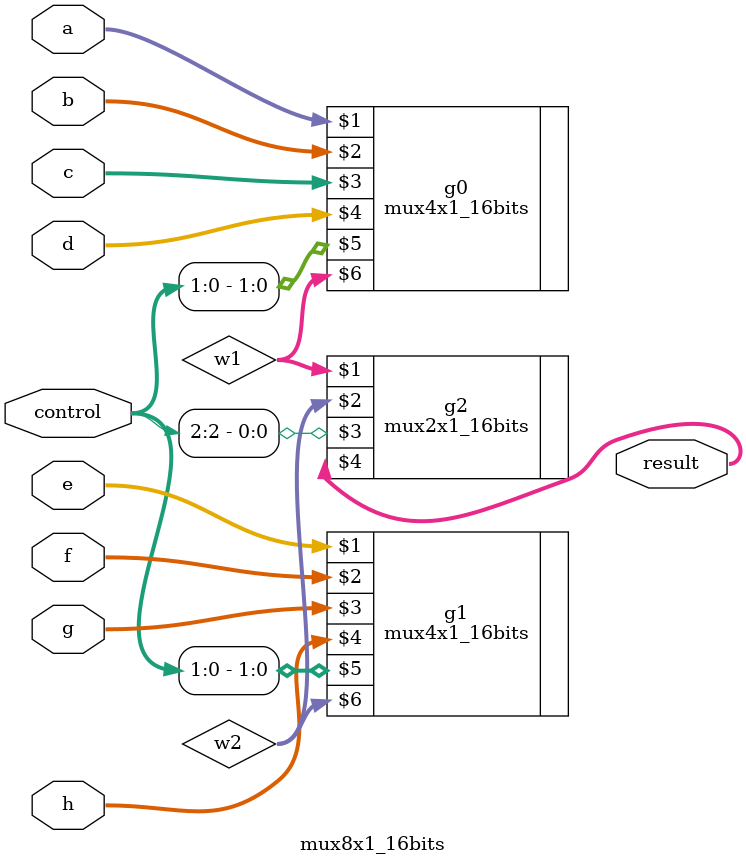
<source format=v>
module mux8x1_16bits (input [15:0] a, input [15:0] b, input [15:0] c, 
							 input [15:0] d, input [15:0] e, input [15:0] f, 
							 input [15:0] g, input [15:0] h, input [2:0] control /* 3 control digit*/, output [15:0] result);
	wire [15:0] w1;
	wire [15:0] w2;

	mux4x1_16bits g0 (a, b, c, d, control[1:0], w1);
	mux4x1_16bits g1 (e, f, g, h, control[1:0], w2);

	mux2x1_16bits g2 (w1, w2, control[2], result);						 
							 
endmodule

	
</source>
